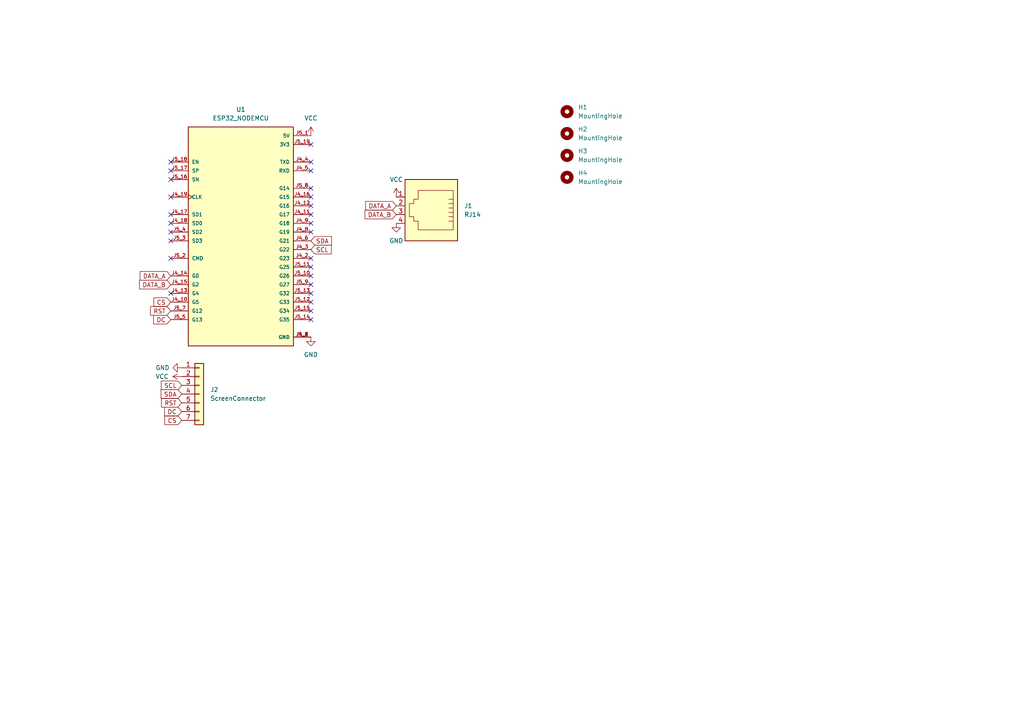
<source format=kicad_sch>
(kicad_sch (version 20211123) (generator eeschema)
  (paper "A4")
  (lib_symbols
    (symbol "Connector:RJ14" (pin_names (offset 1.016))
      (property "Reference" "J" (at -5.08 11.43 0))
      (property "Value" "RJ14" (at 2.54 11.43 0))
      (symbol "RJ14_0_1"
        (polyline (pts (xy -6.35 -1.905) (xy -5.08 -1.905) (xy -5.08 -1.905)))
        (polyline (pts (xy -6.35 -0.635) (xy -5.08 -0.635) (xy -5.08 -0.635)))
        (polyline (pts (xy -6.35 0.635) (xy -5.08 0.635) (xy -5.08 0.635)))
        (polyline (pts (xy -6.35 1.905) (xy -5.08 1.905) (xy -5.08 1.905)))
        (polyline (pts (xy -6.35 3.175) (xy -5.08 3.175) (xy -5.08 3.175)))
        (polyline (pts (xy -5.08 4.445) (xy -6.35 4.445) (xy -6.35 4.445)))
        (polyline (pts (xy -6.35 -4.445) (xy -6.35 6.985) (xy 3.81 6.985) (xy 3.81 4.445) (xy 5.08 4.445) (xy 5.08 3.175) (xy 6.35 3.175) (xy 6.35 -0.635) (xy 5.08 -0.635) (xy 5.08 -1.905) (xy 3.81 -1.905) (xy 3.81 -4.445) (xy -6.35 -4.445) (xy -6.35 -4.445)))
        (rectangle (start 7.62 10.16) (end -7.62 -7.62) (stroke (width 0.254)) (fill (type background)))
      )
      (symbol "RJ14_1_1"
        (pin passive line (at 10.16 -2.54 180) (length 2.54) (name "~") (number "1"))
        (pin passive line (at 10.16 0 180) (length 2.54) (name "~") (number "2"))
        (pin passive line (at 10.16 2.54 180) (length 2.54) (name "~") (number "3"))
        (pin passive line (at 10.16 5.08 180) (length 2.54) (name "~") (number "4"))
      )
    )
    (symbol "Connector_Generic:Conn_01x07" (pin_names (offset 1.016) hide)
      (property "Reference" "J" (at 0 10.16 0))
      (property "Value" "Conn_01x07" (at 0 -10.16 0))
      (symbol "Conn_01x07_1_1"
        (rectangle (start -1.27 -7.493) (end 0 -7.747) (stroke (width 0.1524)))
        (rectangle (start -1.27 -4.953) (end 0 -5.207) (stroke (width 0.1524)))
        (rectangle (start -1.27 -2.413) (end 0 -2.667) (stroke (width 0.1524)))
        (rectangle (start -1.27 0.127) (end 0 -0.127) (stroke (width 0.1524)))
        (rectangle (start -1.27 2.667) (end 0 2.413) (stroke (width 0.1524)))
        (rectangle (start -1.27 5.207) (end 0 4.953) (stroke (width 0.1524)))
        (rectangle (start -1.27 7.747) (end 0 7.493) (stroke (width 0.1524)))
        (rectangle (start -1.27 8.89) (end 1.27 -8.89) (stroke (width 0.254)) (fill (type background)))
        (pin passive line (at -5.08 7.62 0) (length 3.81) (name "Pin_1") (number "1"))
        (pin passive line (at -5.08 5.08 0) (length 3.81) (name "Pin_2") (number "2"))
        (pin passive line (at -5.08 2.54 0) (length 3.81) (name "Pin_3") (number "3"))
        (pin passive line (at -5.08 0 0) (length 3.81) (name "Pin_4") (number "4"))
        (pin passive line (at -5.08 -2.54 0) (length 3.81) (name "Pin_5") (number "5"))
        (pin passive line (at -5.08 -5.08 0) (length 3.81) (name "Pin_6") (number "6"))
        (pin passive line (at -5.08 -7.62 0) (length 3.81) (name "Pin_7") (number "7"))
      )
    )
    (symbol "ESP32_NODEMCU:ESP32_NODEMCU" (pin_names (offset 1.016))
      (property "Reference" "U" (at -15.24 31.242 0))
      (property "Value" "ESP32_NODEMCU" (at -15.24 -35.56 0))
      (symbol "ESP32_NODEMCU_0_0"
        (rectangle (start -15.24 -33.02) (end 15.24 30.48) (stroke (width 0.254)) (fill (type background)))
        (pin power_in line (at 20.32 -30.48 180) (length 5.08) (name "GND") (number "J4_1"))
        (pin bidirectional line (at -20.32 -20.32 0) (length 5.08) (name "G5") (number "J4_10"))
        (pin bidirectional line (at 20.32 5.08 180) (length 5.08) (name "G17") (number "J4_11"))
        (pin bidirectional line (at 20.32 7.62 180) (length 5.08) (name "G16") (number "J4_12"))
        (pin bidirectional line (at -20.32 -17.78 0) (length 5.08) (name "G4") (number "J4_13"))
        (pin bidirectional line (at -20.32 -12.7 0) (length 5.08) (name "G0") (number "J4_14"))
        (pin bidirectional line (at -20.32 -15.24 0) (length 5.08) (name "G2") (number "J4_15"))
        (pin bidirectional line (at 20.32 10.16 180) (length 5.08) (name "G15") (number "J4_16"))
        (pin bidirectional line (at -20.32 5.08 0) (length 5.08) (name "SD1") (number "J4_17"))
        (pin bidirectional line (at -20.32 2.54 0) (length 5.08) (name "SD0") (number "J4_18"))
        (pin input clock (at -20.32 10.16 0) (length 5.08) (name "CLK") (number "J4_19"))
        (pin bidirectional line (at 20.32 -7.62 180) (length 5.08) (name "G23") (number "J4_2"))
        (pin bidirectional line (at 20.32 -5.08 180) (length 5.08) (name "G22") (number "J4_3"))
        (pin output line (at 20.32 20.32 180) (length 5.08) (name "TXD") (number "J4_4"))
        (pin input line (at 20.32 17.78 180) (length 5.08) (name "RXD") (number "J4_5"))
        (pin bidirectional line (at 20.32 -2.54 180) (length 5.08) (name "G21") (number "J4_6"))
        (pin power_in line (at 20.32 -30.48 180) (length 5.08) (name "GND") (number "J4_7"))
        (pin bidirectional line (at 20.32 0 180) (length 5.08) (name "G19") (number "J4_8"))
        (pin bidirectional line (at 20.32 2.54 180) (length 5.08) (name "G18") (number "J4_9"))
        (pin power_in line (at 20.32 27.94 180) (length 5.08) (name "5V") (number "J5_1"))
        (pin bidirectional line (at 20.32 -12.7 180) (length 5.08) (name "G26") (number "J5_10"))
        (pin bidirectional line (at 20.32 -10.16 180) (length 5.08) (name "G25") (number "J5_11"))
        (pin bidirectional line (at 20.32 -20.32 180) (length 5.08) (name "G33") (number "J5_12"))
        (pin bidirectional line (at 20.32 -17.78 180) (length 5.08) (name "G32") (number "J5_13"))
        (pin bidirectional line (at 20.32 -25.4 180) (length 5.08) (name "G35") (number "J5_14"))
        (pin bidirectional line (at 20.32 -22.86 180) (length 5.08) (name "G34") (number "J5_15"))
        (pin input line (at -20.32 15.24 0) (length 5.08) (name "SN") (number "J5_16"))
        (pin input line (at -20.32 17.78 0) (length 5.08) (name "SP") (number "J5_17"))
        (pin input line (at -20.32 20.32 0) (length 5.08) (name "EN") (number "J5_18"))
        (pin power_in line (at 20.32 25.4 180) (length 5.08) (name "3V3") (number "J5_19"))
        (pin bidirectional line (at -20.32 -7.62 0) (length 5.08) (name "CMD") (number "J5_2"))
        (pin bidirectional line (at -20.32 -2.54 0) (length 5.08) (name "SD3") (number "J5_3"))
        (pin bidirectional line (at -20.32 0 0) (length 5.08) (name "SD2") (number "J5_4"))
        (pin bidirectional line (at -20.32 -25.4 0) (length 5.08) (name "G13") (number "J5_5"))
        (pin power_in line (at 20.32 -30.48 180) (length 5.08) (name "GND") (number "J5_6"))
        (pin bidirectional line (at -20.32 -22.86 0) (length 5.08) (name "G12") (number "J5_7"))
        (pin bidirectional line (at 20.32 12.7 180) (length 5.08) (name "G14") (number "J5_8"))
        (pin bidirectional line (at 20.32 -15.24 180) (length 5.08) (name "G27") (number "J5_9"))
      )
    )
    (symbol "Mechanical:MountingHole" (pin_names (offset 1.016))
      (property "Reference" "H" (at 0 5.08 0))
      (property "Value" "MountingHole" (at 0 3.175 0))
      (symbol "MountingHole_0_1"
        (circle (center 0 0) (radius 1.27) (stroke (width 1.27)))
      )
    )
    (symbol "power:GND" (power) (pin_names (offset 0))
      (property "Value" "GND" (at 0 -3.81 0))
      (symbol "GND_0_1"
        (polyline (pts (xy 0 0) (xy 0 -1.27) (xy 1.27 -1.27) (xy 0 -2.54) (xy -1.27 -1.27) (xy 0 -1.27)))
      )
      (symbol "GND_1_1"
        (pin power_in line (at 0 0 270) (length 0) hide (name "GND") (number "1"))
      )
    )
    (symbol "power:VCC" (power) (pin_names (offset 0))
      (property "Value" "VCC" (at 0 3.81 0))
      (symbol "VCC_0_1"
        (polyline (pts (xy -0.762 1.27) (xy 0 2.54)))
        (polyline (pts (xy 0 0) (xy 0 2.54)))
        (polyline (pts (xy 0 2.54) (xy 0.762 1.27)))
      )
      (symbol "VCC_1_1"
        (pin power_in line (at 0 0 90) (length 0) hide (name "VCC") (number "1"))
      )
    )
  )
  (no_connect (at 90.17 85.09))
  (no_connect (at 90.17 87.63))
  (no_connect (at 90.17 90.17))
  (no_connect (at 90.17 80.01))
  (no_connect (at 90.17 82.55))
  (no_connect (at 90.17 41.91))
  (no_connect (at 90.17 77.47))
  (no_connect (at 90.17 54.61))
  (no_connect (at 90.17 57.15))
  (no_connect (at 90.17 59.69))
  (no_connect (at 49.53 74.93))
  (no_connect (at 49.53 62.23))
  (no_connect (at 49.53 64.77))
  (no_connect (at 49.53 69.85))
  (no_connect (at 49.53 67.31))
  (no_connect (at 90.17 46.99))
  (no_connect (at 90.17 49.53))
  (no_connect (at 49.53 46.99))
  (no_connect (at 49.53 49.53))
  (no_connect (at 49.53 52.07))
  (no_connect (at 49.53 57.15))
  (no_connect (at 90.17 62.23))
  (no_connect (at 90.17 64.77))
  (no_connect (at 90.17 67.31))
  (no_connect (at 90.17 74.93))
  (no_connect (at 49.53 85.09))
  (no_connect (at 90.17 92.71))
  (global_label "DATA_B" (shape input) (at 49.53 82.55 180) (property "Intersheet References" "${INTERSHEET_REFS}" (effects hide)))
  (global_label "RST" (shape input) (at 52.705 116.84 180) (property "Intersheet References" "${INTERSHEET_REFS}" (effects hide)))
  (global_label "DATA_A" (shape input) (at 49.53 80.01 180) (property "Intersheet References" "${INTERSHEET_REFS}" (effects hide)))
  (global_label "SDA" (shape input) (at 90.17 69.85 0) (property "Intersheet References" "${INTERSHEET_REFS}" (effects hide)))
  (global_label "SCL" (shape input) (at 52.705 111.76 180) (property "Intersheet References" "${INTERSHEET_REFS}" (effects hide)))
  (global_label "DC" (shape input) (at 49.53 92.71 180) (property "Intersheet References" "${INTERSHEET_REFS}" (effects hide)))
  (global_label "RST" (shape input) (at 49.53 90.17 180) (property "Intersheet References" "${INTERSHEET_REFS}" (effects hide)))
  (global_label "SCL" (shape input) (at 90.17 72.39 0) (property "Intersheet References" "${INTERSHEET_REFS}" (effects hide)))
  (global_label "CS" (shape input) (at 49.53 87.63 180) (property "Intersheet References" "${INTERSHEET_REFS}" (effects hide)))
  (global_label "DATA_A" (shape input) (at 114.935 59.69 180) (property "Intersheet References" "${INTERSHEET_REFS}" (effects hide)))
  (global_label "DC" (shape input) (at 52.705 119.38 180) (property "Intersheet References" "${INTERSHEET_REFS}" (effects hide)))
  (global_label "CS" (shape input) (at 52.705 121.92 180) (property "Intersheet References" "${INTERSHEET_REFS}" (effects hide)))
  (global_label "DATA_B" (shape input) (at 114.935 62.23 180) (property "Intersheet References" "${INTERSHEET_REFS}" (effects hide)))
  (global_label "SDA" (shape input) (at 52.705 114.3 180) (property "Intersheet References" "${INTERSHEET_REFS}" (effects hide)))
  (symbol (lib_id "power:VCC") (at 52.705 109.22 90) (unit 1)
    (property "Reference" "#PWR06" (effects hide))
    (property "Value" "VCC" (at 45.085 109.22 90) (effects (justify right)))
  )
  (symbol (lib_id "power:GND") (at 90.17 97.79 0) (unit 1)
    (property "Reference" "#PWR02" (effects hide))
    (property "Value" "GND" (at 90.17 102.87 0))
  )
  (symbol (lib_id "Connector:RJ14") (at 125.095 59.69 180) (unit 1)
    (property "Reference" "J1" (at 134.62 59.6899 0) (effects (justify right)))
    (property "Value" "RJ14" (at 134.62 62.2299 0) (effects (justify right)))
    (property "Footprint" "Connector_RJ:RJ14_Connfly_DS1133-S4_Horizontal" (effects hide))
  )
  (symbol (lib_id "power:VCC") (at 114.935 57.15 0) (unit 1)
    (property "Reference" "#PWR03" (effects hide))
    (property "Value" "VCC" (at 114.935 52.07 0))
  )
  (symbol (lib_id "Mechanical:MountingHole") (at 164.465 51.435 0) (unit 1)
    (property "Reference" "H4" (at 167.64 50.1649 0) (effects (justify left)))
    (property "Value" "MountingHole" (at 167.64 52.7049 0) (effects (justify left)))
    (property "Footprint" "MountingHole:MountingHole_3.2mm_M3" (effects hide))
  )
  (symbol (lib_id "power:GND") (at 114.935 64.77 0) (unit 1)
    (property "Reference" "#PWR04" (effects hide))
    (property "Value" "GND" (at 114.935 69.85 0))
  )
  (symbol (lib_id "ESP32_NODEMCU:ESP32_NODEMCU") (at 69.85 67.31 0) (unit 1)
    (property "Reference" "U1" (at 69.85 31.75 0))
    (property "Value" "ESP32_NODEMCU" (at 69.85 34.29 0))
    (property "Footprint" "libs:MODULE_ESP32_NODEMCU" (effects hide))
    (property "MANUFACTURER" "Espressif" (effects hide))
    (property "MAXIMUM_PACKAGE_HEIGHT" "6.6 mm" (effects hide))
    (property "STANDARD" "Manufacturer Recommendations" (effects hide))
  )
  (symbol (lib_id "Connector_Generic:Conn_01x07") (at 57.785 114.3 0) (unit 1)
    (property "Reference" "J2" (at 60.96 113.0299 0) (effects (justify left)))
    (property "Value" "ScreenConnector" (at 60.96 115.5699 0) (effects (justify left)))
    (property "Footprint" "Connector_JST:JST_XH_B7B-XH-AM_1x07_P2.50mm_Vertical" (effects hide))
  )
  (symbol (lib_id "power:VCC") (at 90.17 39.37 0) (unit 1)
    (property "Reference" "#PWR01" (effects hide))
    (property "Value" "VCC" (at 90.17 34.29 0))
  )
  (symbol (lib_id "Mechanical:MountingHole") (at 164.465 45.085 0) (unit 1)
    (property "Reference" "H3" (at 167.64 43.8149 0) (effects (justify left)))
    (property "Value" "MountingHole" (at 167.64 46.3549 0) (effects (justify left)))
    (property "Footprint" "MountingHole:MountingHole_3.2mm_M3" (effects hide))
  )
  (symbol (lib_id "Mechanical:MountingHole") (at 164.465 32.385 0) (unit 1)
    (property "Reference" "H1" (at 167.64 31.1149 0) (effects (justify left)))
    (property "Value" "MountingHole" (at 167.64 33.6549 0) (effects (justify left)))
    (property "Footprint" "MountingHole:MountingHole_3.2mm_M3" (effects hide))
  )
  (symbol (lib_id "power:GND") (at 52.705 106.68 270) (unit 1)
    (property "Reference" "#PWR05" (effects hide))
    (property "Value" "GND" (at 45.085 106.68 90) (effects (justify left)))
  )
  (symbol (lib_id "Mechanical:MountingHole") (at 164.465 38.735 0) (unit 1)
    (property "Reference" "H2" (at 167.64 37.4649 0) (effects (justify left)))
    (property "Value" "MountingHole" (at 167.64 40.0049 0) (effects (justify left)))
    (property "Footprint" "MountingHole:MountingHole_3.2mm_M3" (effects hide))
  )
)
</source>
